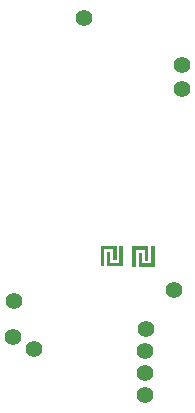
<source format=gbp>
G04*
G04 #@! TF.GenerationSoftware,Altium Limited,Altium Designer,20.2.7 (254)*
G04*
G04 Layer_Color=128*
%FSLAX44Y44*%
%MOMM*%
G71*
G04*
G04 #@! TF.SameCoordinates,3AAC9187-E8BA-4CE9-B87A-6CD4D1A61E21*
G04*
G04*
G04 #@! TF.FilePolarity,Positive*
G04*
G01*
G75*
%ADD20C,1.4000*%
%ADD64R,0.2500X0.2500*%
G36*
X2075606Y1294333D02*
X2072606Y1294333D01*
X2072606Y1303458D01*
X2065106Y1303458D01*
X2065106Y1289208D01*
X2062106Y1289208D01*
X2062106Y1306458D01*
X2075606Y1306458D01*
X2075606Y1294333D01*
D02*
G37*
G36*
X2080856Y1289208D02*
X2067356D01*
X2067356Y1301208D01*
X2070356Y1301208D01*
X2070356Y1292208D01*
X2077856Y1292208D01*
X2077856Y1306458D01*
X2080856Y1306458D01*
X2080856Y1289208D01*
D02*
G37*
G36*
X2102606Y1293833D02*
X2099606Y1293833D01*
X2099606Y1302958D01*
X2092106Y1302958D01*
X2092106Y1288708D01*
X2089106Y1288708D01*
X2089106Y1305958D01*
X2102606Y1305958D01*
X2102606Y1293833D01*
D02*
G37*
G36*
X2107856Y1288708D02*
X2094356D01*
X2094356Y1300708D01*
X2097356Y1300708D01*
X2097356Y1291708D01*
X2104856Y1291708D01*
X2104856Y1305958D01*
X2107856Y1305958D01*
X2107856Y1288708D01*
D02*
G37*
D20*
X2048356Y1499458D02*
D03*
X1988956Y1259458D02*
D03*
X2130856Y1459458D02*
D03*
Y1439458D02*
D03*
X2123856Y1269208D02*
D03*
X2100856Y1236208D02*
D03*
X2100106Y1216958D02*
D03*
X2099606Y1198458D02*
D03*
X2099356Y1180208D02*
D03*
X2005856Y1219458D02*
D03*
X1987856Y1229458D02*
D03*
D64*
X2074106Y1290708D02*
D03*
X2101106Y1290208D02*
D03*
M02*

</source>
